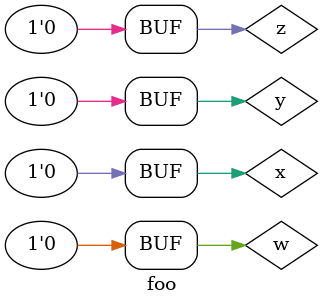
<source format=v>
module foo();
  initial begin
    w = 10;
    x = #1 20;
    y <= 30;
    z <= #1 40;
  end
endmodule

</source>
